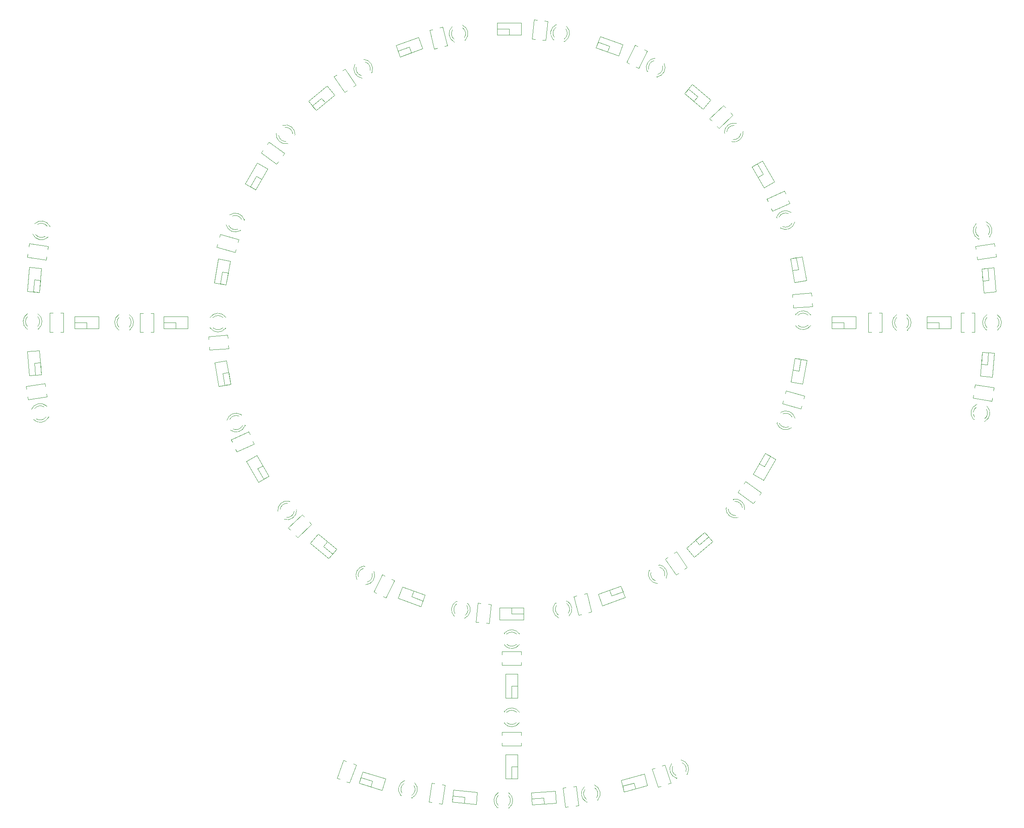
<source format=gbr>
%TF.GenerationSoftware,KiCad,Pcbnew,(6.0.11)*%
%TF.CreationDate,2024-01-27T16:05:05+09:00*%
%TF.ProjectId,engel_line_board_v2,656e6765-6c5f-46c6-996e-655f626f6172,rev?*%
%TF.SameCoordinates,Original*%
%TF.FileFunction,Legend,Top*%
%TF.FilePolarity,Positive*%
%FSLAX46Y46*%
G04 Gerber Fmt 4.6, Leading zero omitted, Abs format (unit mm)*
G04 Created by KiCad (PCBNEW (6.0.11)) date 2024-01-27 16:05:05*
%MOMM*%
%LPD*%
G01*
G04 APERTURE LIST*
%ADD10C,0.120000*%
G04 APERTURE END LIST*
D10*
%TO.C,D28*%
X210771000Y-205750000D02*
X210771000Y-205906000D01*
X210771000Y-208066000D02*
X210771000Y-208222000D01*
X210771000Y-208221516D02*
G75*
G03*
X214003335Y-208064608I1560000J1235516D01*
G01*
X214003335Y-205907392D02*
G75*
G03*
X210771000Y-205750484I-1672335J-1078608D01*
G01*
X213372130Y-205906163D02*
G75*
G03*
X211290039Y-205906000I-1041130J-1079837D01*
G01*
X211290039Y-208066000D02*
G75*
G03*
X213372130Y-208065837I1040961J1080000D01*
G01*
%TO.C,U4*%
X249625094Y-74340725D02*
X251570847Y-75973405D01*
X251570847Y-75973405D02*
X250754506Y-76946282D01*
X250754506Y-76946282D02*
X248808753Y-75313602D01*
X248808753Y-75313602D02*
X249625094Y-74340725D01*
X250441434Y-73367848D02*
X254332940Y-76633209D01*
X254332940Y-76633209D02*
X252700259Y-78578962D01*
X252700259Y-78578962D02*
X248808754Y-75313601D01*
X248808754Y-75313601D02*
X250441434Y-73367848D01*
%TO.C,C21*%
X136802000Y-121674000D02*
X136802000Y-125714000D01*
X133962000Y-121674000D02*
X133962000Y-125714000D01*
X136802000Y-125714000D02*
X136177000Y-125714000D01*
X136802000Y-121674000D02*
X136177000Y-121674000D01*
X134587000Y-125714000D02*
X133962000Y-125714000D01*
X134587000Y-121674000D02*
X133962000Y-121674000D01*
%TO.C,C29*%
X243220424Y-221734716D02*
X241938513Y-217903488D01*
X243220424Y-221734716D02*
X243813126Y-221536400D01*
X245913663Y-220833571D02*
X244631752Y-217002343D01*
X245320961Y-221031886D02*
X245913663Y-220833571D01*
X241938513Y-217903488D02*
X242531215Y-217705173D01*
X244039050Y-217200658D02*
X244631752Y-217002343D01*
%TO.C,C8*%
X287632000Y-125694000D02*
X287632000Y-121654000D01*
X289847000Y-121654000D02*
X290472000Y-121654000D01*
X290472000Y-125694000D02*
X290472000Y-121654000D01*
X287632000Y-121654000D02*
X288257000Y-121654000D01*
X289847000Y-125694000D02*
X290472000Y-125694000D01*
X287632000Y-125694000D02*
X288257000Y-125694000D01*
%TO.C,D15*%
X200830048Y-182521616D02*
X200676418Y-182494527D01*
X203110862Y-182923785D02*
X202957232Y-182896696D01*
X200739917Y-183032770D02*
G75*
G03*
X200378527Y-185083257I882832J-1212686D01*
G01*
X202505391Y-185458281D02*
G75*
G03*
X202867102Y-183407849I-882642J1212825D01*
G01*
X200676894Y-182494611D02*
G75*
G03*
X200270129Y-185705086I945855J-1750845D01*
G01*
X202394572Y-186079683D02*
G75*
G03*
X203110386Y-182923701I-771823J1834227D01*
G01*
%TO.C,U9*%
X299974000Y-123672000D02*
X302514000Y-123672000D01*
X302514000Y-123672000D02*
X302514000Y-124942000D01*
X302514000Y-124942000D02*
X299974000Y-124942000D01*
X299974000Y-124942000D02*
X299974000Y-123672000D01*
X299974000Y-122402000D02*
X305054000Y-122402000D01*
X305054000Y-122402000D02*
X305054000Y-124942000D01*
X305054000Y-124942000D02*
X299974000Y-124942000D01*
X299974000Y-124942000D02*
X299974000Y-122402000D01*
%TO.C,U24*%
X111412351Y-117161549D02*
X111633726Y-114631215D01*
X111633726Y-114631215D02*
X112898894Y-114741903D01*
X112898894Y-114741903D02*
X112677518Y-117272236D01*
X112677518Y-117272236D02*
X111412351Y-117161549D01*
X110147183Y-117050862D02*
X110589935Y-111990193D01*
X110589935Y-111990193D02*
X113120269Y-112211568D01*
X113120269Y-112211568D02*
X112677518Y-117272237D01*
X112677518Y-117272237D02*
X110147183Y-117050862D01*
%TO.C,D12*%
X257643525Y-162722213D02*
X257543251Y-162841716D01*
X259132222Y-160948054D02*
X259031947Y-161067557D01*
X261024423Y-162739656D02*
G75*
G03*
X259429554Y-161401188I-1491658J-157977D01*
G01*
X257543561Y-162841345D02*
G75*
G03*
X260120533Y-164798851I1989204J-56288D01*
G01*
X258041132Y-163055844D02*
G75*
G03*
X259636211Y-164394062I1491633J158211D01*
G01*
X261507164Y-163146328D02*
G75*
G03*
X259131910Y-160948424I-1974399J248695D01*
G01*
%TO.C,U28*%
X212342000Y-219940000D02*
X213612000Y-219940000D01*
X213612000Y-219940000D02*
X213612000Y-217400000D01*
X213612000Y-217400000D02*
X212342000Y-217400000D01*
X212342000Y-217400000D02*
X212342000Y-219940000D01*
X211072000Y-219940000D02*
X213612000Y-219940000D01*
X213612000Y-219940000D02*
X213612000Y-214860000D01*
X213612000Y-214860000D02*
X211072000Y-214860000D01*
X211072000Y-214860000D02*
X211072000Y-219940000D01*
%TO.C,C4*%
X258979482Y-79858253D02*
X258545320Y-79408665D01*
X257440813Y-78264915D02*
X257006652Y-77815328D01*
X254534680Y-81071335D02*
X254100519Y-80621747D01*
X257006652Y-77815328D02*
X254100519Y-80621747D01*
X256073349Y-82664672D02*
X255639187Y-82215085D01*
X258979482Y-79858253D02*
X256073349Y-82664672D01*
%TO.C,U17*%
X173738566Y-173472152D02*
X169847060Y-170206791D01*
X169847060Y-170206791D02*
X171479741Y-168261038D01*
X171479741Y-168261038D02*
X175371246Y-171526399D01*
X175371246Y-171526399D02*
X173738566Y-173472152D01*
X174554906Y-172499275D02*
X172609153Y-170866595D01*
X172609153Y-170866595D02*
X173425494Y-169893718D01*
X173425494Y-169893718D02*
X175371247Y-171526398D01*
X175371247Y-171526398D02*
X174554906Y-172499275D01*
%TO.C,C15*%
X207576074Y-187172365D02*
X207998369Y-183154497D01*
X204751632Y-186875504D02*
X205373208Y-186940835D01*
X204751632Y-186875504D02*
X205173927Y-182857636D01*
X206954498Y-187107035D02*
X207576074Y-187172365D01*
X205173927Y-182857636D02*
X205795503Y-182922966D01*
X207376793Y-183089167D02*
X207998369Y-183154497D01*
%TO.C,C18*%
X154052995Y-150367877D02*
X154307205Y-150938843D01*
X156842797Y-146701158D02*
X157097007Y-147272124D01*
X153152073Y-148344374D02*
X156842797Y-146701158D01*
X154307205Y-150938843D02*
X157997929Y-149295627D01*
X153152073Y-148344374D02*
X153406283Y-148915340D01*
X157743718Y-148724661D02*
X157997929Y-149295627D01*
%TO.C,U1*%
X188353648Y-66374017D02*
X190740466Y-65505286D01*
X190740466Y-65505286D02*
X191174832Y-66698696D01*
X191174832Y-66698696D02*
X188788013Y-67567427D01*
X188788013Y-67567427D02*
X188353648Y-66374017D01*
X187919282Y-65180608D02*
X192692921Y-63443145D01*
X192692921Y-63443145D02*
X193561652Y-65829965D01*
X193561652Y-65829965D02*
X188788013Y-67567427D01*
X188788013Y-67567427D02*
X187919282Y-65180608D01*
%TO.C,U19*%
X150538194Y-137110346D02*
X149656061Y-132107523D01*
X149656061Y-132107523D02*
X152157473Y-131666456D01*
X152157473Y-131666456D02*
X153039605Y-136669280D01*
X153039605Y-136669280D02*
X150538194Y-137110346D01*
X151788900Y-136889813D02*
X151347833Y-134388401D01*
X151347833Y-134388401D02*
X152598539Y-134167868D01*
X152598539Y-134167868D02*
X153039605Y-136669280D01*
X153039605Y-136669280D02*
X151788900Y-136889813D01*
%TO.C,C3*%
X239150778Y-69978052D02*
X238589032Y-69704070D01*
X240921797Y-66346924D02*
X239150778Y-69978052D01*
X240921797Y-66346924D02*
X240360051Y-66072942D01*
X238369222Y-65101950D02*
X236598203Y-68733078D01*
X238930969Y-65375932D02*
X238369222Y-65101950D01*
X237159949Y-69007059D02*
X236598203Y-68733078D01*
%TO.C,U5*%
X265247404Y-89503325D02*
X267787404Y-93902735D01*
X267787404Y-93902735D02*
X265587699Y-95172735D01*
X265587699Y-95172735D02*
X263047699Y-90773326D01*
X263047699Y-90773326D02*
X265247404Y-89503325D01*
X264147553Y-90138325D02*
X265417553Y-92338030D01*
X265417553Y-92338030D02*
X264317699Y-92973030D01*
X264317699Y-92973030D02*
X263047699Y-90773325D01*
X263047699Y-90773325D02*
X264147553Y-90138325D01*
%TO.C,C1*%
X197800295Y-61287388D02*
X197193860Y-61438589D01*
X196628454Y-65743240D02*
X196022020Y-65894441D01*
X195044655Y-61974446D02*
X196022020Y-65894441D01*
X197800295Y-61287388D02*
X198777660Y-65207383D01*
X198777660Y-65207383D02*
X198171225Y-65358584D01*
X195651090Y-61823245D02*
X195044655Y-61974446D01*
%TO.C,D6*%
X272249000Y-121930000D02*
X272249000Y-122086000D01*
X272249000Y-124246000D02*
X272249000Y-124402000D01*
X275481335Y-122087392D02*
G75*
G03*
X272249000Y-121930484I-1672335J-1078608D01*
G01*
X272768039Y-124246000D02*
G75*
G03*
X274850130Y-124245837I1040961J1080000D01*
G01*
X272249000Y-124401516D02*
G75*
G03*
X275481335Y-124244608I1560000J1235516D01*
G01*
X274850130Y-122086163D02*
G75*
G03*
X272768039Y-122086000I-1041130J-1079837D01*
G01*
%TO.C,D22*%
X110016000Y-125006000D02*
X110172000Y-125006000D01*
X112332000Y-125006000D02*
X112488000Y-125006000D01*
X112487516Y-125006000D02*
G75*
G03*
X112330608Y-121773665I-1235516J1560000D01*
G01*
X110172163Y-122404870D02*
G75*
G03*
X110172000Y-124486961I1079837J-1041130D01*
G01*
X112332000Y-124486961D02*
G75*
G03*
X112331837Y-122404870I-1080000J1040961D01*
G01*
X110173392Y-121773665D02*
G75*
G03*
X110016484Y-125006000I1078608J-1672335D01*
G01*
%TO.C,C10*%
X310632077Y-110390977D02*
X310539697Y-109772842D01*
X314300304Y-107603157D02*
X314207923Y-106985022D01*
X310304680Y-108200307D02*
X310212299Y-107582172D01*
X314627702Y-109793827D02*
X310632077Y-110390977D01*
X314627702Y-109793827D02*
X314535321Y-109175692D01*
X314207923Y-106985022D02*
X310212299Y-107582172D01*
%TO.C,D19*%
X151931000Y-124910000D02*
X151931000Y-124754000D01*
X151931000Y-122594000D02*
X151931000Y-122438000D01*
X151931000Y-122438484D02*
G75*
G03*
X148698665Y-122595392I-1560000J-1235516D01*
G01*
X148698665Y-124752608D02*
G75*
G03*
X151931000Y-124909516I1672335J1078608D01*
G01*
X149329870Y-124753837D02*
G75*
G03*
X151411961Y-124754000I1041130J1079837D01*
G01*
X151411961Y-122594000D02*
G75*
G03*
X149329870Y-122594163I-1040961J-1080000D01*
G01*
%TO.C,C17*%
X165200518Y-166981747D02*
X165634680Y-167431335D01*
X167173348Y-169024672D02*
X170079481Y-166218253D01*
X168106651Y-164175328D02*
X168540813Y-164624915D01*
X169645320Y-165768665D02*
X170079481Y-166218253D01*
X166739187Y-168575085D02*
X167173348Y-169024672D01*
X165200518Y-166981747D02*
X168106651Y-164175328D01*
%TO.C,C6*%
X275644623Y-118041029D02*
X275601025Y-117417552D01*
X271768975Y-120532450D02*
X271725377Y-119908972D01*
X271614464Y-118322845D02*
X271570866Y-117699368D01*
X275601025Y-117417552D02*
X271570866Y-117699368D01*
X275799134Y-120250633D02*
X275755536Y-119627156D01*
X275799134Y-120250633D02*
X271768975Y-120532450D01*
%TO.C,U26*%
X169457909Y-76959745D02*
X173349415Y-73694384D01*
X173349415Y-73694384D02*
X174982095Y-75640137D01*
X174982095Y-75640137D02*
X171090590Y-78905498D01*
X171090590Y-78905498D02*
X169457909Y-76959745D01*
X170274249Y-77932622D02*
X172220002Y-76299941D01*
X172220002Y-76299941D02*
X173036343Y-77272818D01*
X173036343Y-77272818D02*
X171090590Y-78905499D01*
X171090590Y-78905499D02*
X170274249Y-77932622D01*
%TO.C,D23*%
X114627462Y-143650300D02*
X114597696Y-143497166D01*
X114185548Y-141376851D02*
X114155782Y-141223717D01*
X111424482Y-144112558D02*
G75*
G03*
X114627369Y-143649824I1435801J1377888D01*
G01*
X112044324Y-143993326D02*
G75*
G03*
X114088193Y-143596203I815959J1258656D01*
G01*
X114155873Y-141224193D02*
G75*
G03*
X111012866Y-141994976I-1295590J-1510477D01*
G01*
X113676045Y-141475888D02*
G75*
G03*
X111632239Y-141873330I-815762J-1258782D01*
G01*
%TO.C,U7*%
X273361447Y-131386707D02*
X272920381Y-133888119D01*
X272920381Y-133888119D02*
X271669675Y-133667586D01*
X271669675Y-133667586D02*
X272110741Y-131166174D01*
X272110741Y-131166174D02*
X273361447Y-131386707D01*
X274612153Y-131607241D02*
X273730020Y-136610064D01*
X273730020Y-136610064D02*
X271228610Y-136168998D01*
X271228610Y-136168998D02*
X272110742Y-131166174D01*
X272110742Y-131166174D02*
X274612153Y-131607241D01*
%TO.C,U12*%
X266941552Y-151862325D02*
X265671552Y-154062030D01*
X265671552Y-154062030D02*
X264571699Y-153427030D01*
X264571699Y-153427030D02*
X265841700Y-151227325D01*
X265841700Y-151227325D02*
X266941552Y-151862325D01*
X268041404Y-152497325D02*
X265501403Y-156896735D01*
X265501403Y-156896735D02*
X263301699Y-155626735D01*
X263301699Y-155626735D02*
X265841699Y-151227325D01*
X265841699Y-151227325D02*
X268041404Y-152497325D01*
%TO.C,D32*%
X191173338Y-223932350D02*
X191325640Y-223966114D01*
X188912237Y-223431075D02*
X189064539Y-223464840D01*
X191285679Y-223425614D02*
G75*
G03*
X191736167Y-221392842I-829095J1250041D01*
G01*
X189765503Y-220309425D02*
G75*
G03*
X188912709Y-223431180I691081J-1866148D01*
G01*
X191325168Y-223966009D02*
G75*
G03*
X191871585Y-220776333I-868584J1790436D01*
G01*
X189627685Y-220925402D02*
G75*
G03*
X189176879Y-222958104I828899J-1250171D01*
G01*
%TO.C,U29*%
X235734825Y-221477497D02*
X238188277Y-220820097D01*
X238188277Y-220820097D02*
X238516977Y-222046823D01*
X238516977Y-222046823D02*
X236063526Y-222704223D01*
X236063526Y-222704223D02*
X235734825Y-221477497D01*
X235406125Y-220250772D02*
X240313028Y-218935971D01*
X240313028Y-218935971D02*
X240970429Y-221389422D01*
X240970429Y-221389422D02*
X236063526Y-222704223D01*
X236063526Y-222704223D02*
X235406125Y-220250772D01*
%TO.C,U3*%
X231009714Y-63269398D02*
X235783354Y-65006861D01*
X235783354Y-65006861D02*
X234914623Y-67393680D01*
X234914623Y-67393680D02*
X230140983Y-65656217D01*
X230140983Y-65656217D02*
X231009714Y-63269398D01*
X230575350Y-64462808D02*
X232962170Y-65331539D01*
X232962170Y-65331539D02*
X232527804Y-66524949D01*
X232527804Y-66524949D02*
X230140984Y-65656218D01*
X230140984Y-65656218D02*
X230575350Y-64462808D01*
%TO.C,U23*%
X111855102Y-134739120D02*
X111633726Y-132208785D01*
X111633726Y-132208785D02*
X112898894Y-132098097D01*
X112898894Y-132098097D02*
X113120269Y-134628432D01*
X113120269Y-134628432D02*
X111855102Y-134739120D01*
X110589935Y-134849807D02*
X110147183Y-129789138D01*
X110147183Y-129789138D02*
X112677518Y-129567763D01*
X112677518Y-129567763D02*
X113120269Y-134628432D01*
X113120269Y-134628432D02*
X110589935Y-134849807D01*
%TO.C,U14*%
X235826352Y-180465983D02*
X233439534Y-181334714D01*
X233439534Y-181334714D02*
X233005168Y-180141304D01*
X233005168Y-180141304D02*
X235391987Y-179272573D01*
X235391987Y-179272573D02*
X235826352Y-180465983D01*
X236260718Y-181659392D02*
X231487079Y-183396855D01*
X231487079Y-183396855D02*
X230618348Y-181010035D01*
X230618348Y-181010035D02*
X235391987Y-179272573D01*
X235391987Y-179272573D02*
X236260718Y-181659392D01*
%TO.C,D31*%
X209302256Y-226048133D02*
X209458203Y-226052217D01*
X211617463Y-226108759D02*
X211773409Y-226112842D01*
X209526455Y-223451982D02*
G75*
G03*
X209471790Y-225533355I1052214J-1069040D01*
G01*
X211772925Y-226112830D02*
G75*
G03*
X211700684Y-222877495I-1194256J1591808D01*
G01*
X211631048Y-225589897D02*
G75*
G03*
X211685389Y-223508516I-1052379J1068875D01*
G01*
X209544206Y-222821025D02*
G75*
G03*
X209302740Y-226048146I1034463J-1699997D01*
G01*
%TO.C,U15*%
X214884000Y-185144000D02*
X212344000Y-185144000D01*
X212344000Y-185144000D02*
X212344000Y-183874000D01*
X212344000Y-183874000D02*
X214884000Y-183874000D01*
X214884000Y-183874000D02*
X214884000Y-185144000D01*
X214884000Y-186414000D02*
X209804000Y-186414000D01*
X209804000Y-186414000D02*
X209804000Y-183874000D01*
X209804000Y-183874000D02*
X214884000Y-183874000D01*
X214884000Y-183874000D02*
X214884000Y-186414000D01*
%TO.C,U10*%
X312798429Y-112193474D02*
X313019805Y-114723809D01*
X313019805Y-114723809D02*
X311754637Y-114834497D01*
X311754637Y-114834497D02*
X311533262Y-112304162D01*
X311533262Y-112304162D02*
X312798429Y-112193474D01*
X314063596Y-112082787D02*
X314506348Y-117143456D01*
X314506348Y-117143456D02*
X311976013Y-117364831D01*
X311976013Y-117364831D02*
X311533262Y-112304162D01*
X311533262Y-112304162D02*
X314063596Y-112082787D01*
%TO.C,U25*%
X156124524Y-94342675D02*
X158664525Y-89943265D01*
X158664525Y-89943265D02*
X160864229Y-91213265D01*
X160864229Y-91213265D02*
X158324229Y-95612675D01*
X158324229Y-95612675D02*
X156124524Y-94342675D01*
X157224376Y-94977675D02*
X158494376Y-92777970D01*
X158494376Y-92777970D02*
X159594229Y-93412970D01*
X159594229Y-93412970D02*
X158324228Y-95612675D01*
X158324228Y-95612675D02*
X157224376Y-94977675D01*
%TO.C,U2*%
X209296000Y-61696000D02*
X211836000Y-61696000D01*
X211836000Y-61696000D02*
X211836000Y-62966000D01*
X211836000Y-62966000D02*
X209296000Y-62966000D01*
X209296000Y-62966000D02*
X209296000Y-61696000D01*
X209296000Y-60426000D02*
X214376000Y-60426000D01*
X214376000Y-60426000D02*
X214376000Y-62966000D01*
X214376000Y-62966000D02*
X209296000Y-62966000D01*
X209296000Y-62966000D02*
X209296000Y-60426000D01*
%TO.C,C19*%
X152565536Y-128517156D02*
X152609134Y-129140633D01*
X152411025Y-126307551D02*
X152454623Y-126931029D01*
X148380866Y-126589368D02*
X152411025Y-126307551D01*
X148578975Y-129422449D02*
X152609134Y-129140633D01*
X148535377Y-128798972D02*
X148578975Y-129422449D01*
X148380866Y-126589368D02*
X148424464Y-127212845D01*
%TO.C,C11*%
X310124077Y-136804622D02*
X314119701Y-137401772D01*
X313792303Y-139592442D02*
X313699923Y-140210577D01*
X309796679Y-138995292D02*
X309704298Y-139613427D01*
X310124077Y-136804622D02*
X310031696Y-137422757D01*
X309704298Y-139613427D02*
X313699923Y-140210577D01*
X314119701Y-137401772D02*
X314027320Y-138019907D01*
%TO.C,C7*%
X273330343Y-141851779D02*
X273502617Y-141250991D01*
X269446846Y-140738204D02*
X269619120Y-140137416D01*
X274113154Y-139121796D02*
X270229656Y-138008221D01*
X273330343Y-141851779D02*
X269446846Y-140738204D01*
X270057383Y-138609010D02*
X270229656Y-138008221D01*
X273940880Y-139722585D02*
X274113154Y-139121796D01*
%TO.C,D24*%
X114842992Y-103438275D02*
X114872758Y-103285141D01*
X114401078Y-105711724D02*
X114430844Y-105558590D01*
X111258161Y-104940465D02*
G75*
G03*
X114401170Y-105711249I1847418J739694D01*
G01*
X114333488Y-103339238D02*
G75*
G03*
X112289621Y-102942116I-1227909J-861533D01*
G01*
X111877535Y-105062111D02*
G75*
G03*
X113921341Y-105459553I1228044J861340D01*
G01*
X114872665Y-103285617D02*
G75*
G03*
X111669778Y-102822883I-1767086J-915154D01*
G01*
%TO.C,U16*%
X193604650Y-182377192D02*
X191217830Y-181508461D01*
X191217830Y-181508461D02*
X191652196Y-180315051D01*
X191652196Y-180315051D02*
X194039016Y-181183782D01*
X194039016Y-181183782D02*
X193604650Y-182377192D01*
X193170286Y-183570602D02*
X188396646Y-181833139D01*
X188396646Y-181833139D02*
X189265377Y-179446320D01*
X189265377Y-179446320D02*
X194039017Y-181183783D01*
X194039017Y-181183783D02*
X193170286Y-183570602D01*
%TO.C,U11*%
X312943510Y-129999801D02*
X312722135Y-132530135D01*
X312722135Y-132530135D02*
X311456967Y-132419447D01*
X311456967Y-132419447D02*
X311678343Y-129889114D01*
X311678343Y-129889114D02*
X312943510Y-129999801D01*
X314208678Y-130110488D02*
X313765926Y-135171157D01*
X313765926Y-135171157D02*
X311235592Y-134949782D01*
X311235592Y-134949782D02*
X311678343Y-129889113D01*
X311678343Y-129889113D02*
X314208678Y-130110488D01*
%TO.C,U21*%
X138938000Y-122402000D02*
X144018000Y-122402000D01*
X144018000Y-122402000D02*
X144018000Y-124942000D01*
X144018000Y-124942000D02*
X138938000Y-124942000D01*
X138938000Y-124942000D02*
X138938000Y-122402000D01*
X138938000Y-123672000D02*
X141478000Y-123672000D01*
X141478000Y-123672000D02*
X141478000Y-124942000D01*
X141478000Y-124942000D02*
X138938000Y-124942000D01*
X138938000Y-124942000D02*
X138938000Y-123672000D01*
%TO.C,D27*%
X210778000Y-191556000D02*
X210778000Y-191712000D01*
X210778000Y-189240000D02*
X210778000Y-189396000D01*
X211297039Y-191556000D02*
G75*
G03*
X213379130Y-191555837I1040961J1080000D01*
G01*
X210778000Y-191711516D02*
G75*
G03*
X214010335Y-191554608I1560000J1235516D01*
G01*
X213379130Y-189396163D02*
G75*
G03*
X211297039Y-189396000I-1041130J-1079837D01*
G01*
X214010335Y-189397392D02*
G75*
G03*
X210778000Y-189240484I-1672335J-1078608D01*
G01*
%TO.C,C22*%
X114912000Y-121654000D02*
X115537000Y-121654000D01*
X114912000Y-125694000D02*
X115537000Y-125694000D01*
X114912000Y-125694000D02*
X114912000Y-121654000D01*
X117127000Y-121654000D02*
X117752000Y-121654000D01*
X117752000Y-125694000D02*
X117752000Y-121654000D01*
X117127000Y-125694000D02*
X117752000Y-125694000D01*
%TO.C,D21*%
X129320000Y-125170000D02*
X129476000Y-125170000D01*
X131636000Y-125170000D02*
X131792000Y-125170000D01*
X129476163Y-122568870D02*
G75*
G03*
X129476000Y-124650961I1079837J-1041130D01*
G01*
X129477392Y-121937665D02*
G75*
G03*
X129320484Y-125170000I1078608J-1672335D01*
G01*
X131636000Y-124650961D02*
G75*
G03*
X131635837Y-122568870I-1080000J1040961D01*
G01*
X131791516Y-125170000D02*
G75*
G03*
X131634608Y-121937665I-1235516J1560000D01*
G01*
%TO.C,D7*%
X268338459Y-144771776D02*
X268285104Y-144918368D01*
X269130578Y-142595448D02*
X269077223Y-142742040D01*
X272114150Y-143848872D02*
G75*
G03*
X269130412Y-142595903I-1940388J-441588D01*
G01*
X271521430Y-143631832D02*
G75*
G03*
X269564960Y-142919562I-1347668J-658628D01*
G01*
X268826197Y-144949298D02*
G75*
G03*
X270782778Y-145661262I1347565J658838D01*
G01*
X268285270Y-144917913D02*
G75*
G03*
X271376337Y-145875992I1888492J627453D01*
G01*
%TO.C,D4*%
X257216714Y-83609133D02*
X257316988Y-83728636D01*
X258705410Y-85383292D02*
X258805685Y-85502795D01*
X259793996Y-81651999D02*
G75*
G03*
X257217025Y-83609504I-587768J-1901217D01*
G01*
X259309674Y-82056787D02*
G75*
G03*
X257714595Y-83395005I-103446J-1496429D01*
G01*
X258805373Y-85502425D02*
G75*
G03*
X261180627Y-83304521I400855J1949209D01*
G01*
X259103017Y-85049661D02*
G75*
G03*
X260697886Y-83711193I103211J1496445D01*
G01*
%TO.C,D26*%
X180720123Y-72065777D02*
X180855223Y-71987777D01*
X182725837Y-70907777D02*
X182860937Y-70829777D01*
X182860518Y-70830019D02*
G75*
G03*
X181108464Y-68109189I-1849988J733241D01*
G01*
X182466318Y-70458276D02*
G75*
G03*
X181425131Y-68655214I-1455788J361498D01*
G01*
X179554800Y-69735051D02*
G75*
G03*
X180595703Y-71538276I1455730J-361727D01*
G01*
X179240262Y-69187797D02*
G75*
G03*
X180720542Y-72065535I1770268J-908981D01*
G01*
%TO.C,U31*%
X199896991Y-223548324D02*
X202425297Y-223791772D01*
X202425297Y-223791772D02*
X202303573Y-225055925D01*
X202303573Y-225055925D02*
X199775267Y-224812477D01*
X199775267Y-224812477D02*
X199896991Y-223548324D01*
X200018715Y-222284170D02*
X205075328Y-222771067D01*
X205075328Y-222771067D02*
X204831880Y-225299373D01*
X204831880Y-225299373D02*
X199775267Y-224812477D01*
X199775267Y-224812477D02*
X200018715Y-222284170D01*
%TO.C,C25*%
X161125441Y-85523870D02*
X164393870Y-87898523D01*
X159456131Y-87821478D02*
X162724560Y-90196131D01*
X159823497Y-87315843D02*
X159456131Y-87821478D01*
X164393870Y-87898523D02*
X164026504Y-88404158D01*
X161125441Y-85523870D02*
X160758075Y-86029506D01*
X163091925Y-89690495D02*
X162724560Y-90196131D01*
%TO.C,D13*%
X241454163Y-175932223D02*
X241319063Y-176010223D01*
X243459877Y-174774223D02*
X243324777Y-174852223D01*
X244625200Y-177104949D02*
G75*
G03*
X243584297Y-175301724I-1455730J361727D01*
G01*
X244939738Y-177652203D02*
G75*
G03*
X243459458Y-174774465I-1770268J908981D01*
G01*
X241713682Y-176381724D02*
G75*
G03*
X242754869Y-178184786I1455788J-361498D01*
G01*
X241319482Y-176009981D02*
G75*
G03*
X243071536Y-178730811I1849988J-733241D01*
G01*
%TO.C,C28*%
X210324000Y-210138000D02*
X214364000Y-210138000D01*
X210324000Y-212353000D02*
X210324000Y-212978000D01*
X214364000Y-212353000D02*
X214364000Y-212978000D01*
X214364000Y-210138000D02*
X214364000Y-210763000D01*
X210324000Y-212978000D02*
X214364000Y-212978000D01*
X210324000Y-210138000D02*
X210324000Y-210763000D01*
%TO.C,D9*%
X314770000Y-125210000D02*
X314926000Y-125210000D01*
X312454000Y-125210000D02*
X312610000Y-125210000D01*
X314770000Y-124690961D02*
G75*
G03*
X314769837Y-122608870I-1080000J1040961D01*
G01*
X312611392Y-121977665D02*
G75*
G03*
X312454484Y-125210000I1078608J-1672335D01*
G01*
X314925516Y-125210000D02*
G75*
G03*
X314768608Y-121977665I-1235516J1560000D01*
G01*
X312610163Y-122608870D02*
G75*
G03*
X312610000Y-124690961I1079837J-1041130D01*
G01*
%TO.C,D29*%
X247078000Y-219803713D02*
X247224121Y-219749081D01*
X249247333Y-218992633D02*
X249393454Y-218938001D01*
X246313338Y-217312618D02*
G75*
G03*
X247042350Y-219262912I1376066J-597030D01*
G01*
X249065562Y-218506464D02*
G75*
G03*
X248336246Y-216556284I-1376158J596816D01*
G01*
X249393001Y-218938170D02*
G75*
G03*
X248114042Y-215965482I-1703597J1028522D01*
G01*
X246093437Y-216720955D02*
G75*
G03*
X247078454Y-219803544I1595967J-1188693D01*
G01*
%TO.C,U6*%
X273641806Y-109729654D02*
X274523939Y-114732477D01*
X274523939Y-114732477D02*
X272022527Y-115173544D01*
X272022527Y-115173544D02*
X271140395Y-110170720D01*
X271140395Y-110170720D02*
X273641806Y-109729654D01*
X272391100Y-109950187D02*
X272832167Y-112451599D01*
X272832167Y-112451599D02*
X271581461Y-112672132D01*
X271581461Y-112672132D02*
X271140395Y-110170720D01*
X271140395Y-110170720D02*
X272391100Y-109950187D01*
%TO.C,C30*%
X223163693Y-221898376D02*
X223784034Y-221822207D01*
X225854535Y-225638321D02*
X226474876Y-225562153D01*
X226474876Y-225562153D02*
X225982524Y-221552267D01*
X225362182Y-221628435D02*
X225982524Y-221552267D01*
X223656045Y-225908262D02*
X223163693Y-221898376D01*
X223656045Y-225908262D02*
X224276386Y-225832094D01*
%TO.C,D1*%
X202456950Y-64031517D02*
X202610580Y-64004428D01*
X200176136Y-64433686D02*
X200329766Y-64406597D01*
X199878244Y-61844955D02*
G75*
G03*
X200239635Y-63895444I1244223J-837802D01*
G01*
X199769847Y-61223127D02*
G75*
G03*
X200176612Y-64433602I1352620J-1459630D01*
G01*
X202366819Y-63520363D02*
G75*
G03*
X202005108Y-61469933I-1244352J837606D01*
G01*
X202610104Y-64004512D02*
G75*
G03*
X201894290Y-60848530I-1487637J1321755D01*
G01*
%TO.C,D30*%
X230348997Y-224448948D02*
X230502858Y-224423201D01*
X228064760Y-224831199D02*
X228218620Y-224805451D01*
X227789470Y-222239966D02*
G75*
G03*
X228132954Y-224293531I1236865J-848628D01*
G01*
X230502380Y-224423281D02*
G75*
G03*
X229814135Y-221261173I-1476045J1334687D01*
G01*
X227686503Y-221617215D02*
G75*
G03*
X228065237Y-224831119I1339832J-1471379D01*
G01*
X230263330Y-223937028D02*
G75*
G03*
X229919526Y-221883518I-1236995J848434D01*
G01*
%TO.C,C2*%
X219921035Y-60067516D02*
X219299459Y-60002185D01*
X219498740Y-64085384D02*
X218877164Y-64020054D01*
X217295874Y-63853853D02*
X216674298Y-63788523D01*
X217096593Y-59770655D02*
X216674298Y-63788523D01*
X219921035Y-60067516D02*
X219498740Y-64085384D01*
X217718169Y-59835985D02*
X217096593Y-59770655D01*
%TO.C,D10*%
X313065390Y-105562291D02*
X313218524Y-105532525D01*
X310791941Y-106004205D02*
X310945075Y-105974439D01*
X313218048Y-105532616D02*
G75*
G03*
X312447265Y-102389609I-1510477J1295590D01*
G01*
X310329683Y-102801225D02*
G75*
G03*
X310792417Y-106004112I1377888J-1435801D01*
G01*
X310448915Y-103421067D02*
G75*
G03*
X310846038Y-105464936I1258656J-815959D01*
G01*
X312966353Y-105052788D02*
G75*
G03*
X312568911Y-103008982I-1258782J815762D01*
G01*
%TO.C,D18*%
X155276523Y-143219404D02*
X155223168Y-143072812D01*
X156068642Y-145395732D02*
X156015287Y-145249140D01*
X153570968Y-146138626D02*
G75*
G03*
X155527549Y-145426662I609016J1370802D01*
G01*
X152977409Y-146353356D02*
G75*
G03*
X156068476Y-145395277I1202575J1585532D01*
G01*
X155223333Y-143073268D02*
G75*
G03*
X152239598Y-144326236I-1043349J-1694556D01*
G01*
X154788786Y-143396926D02*
G75*
G03*
X152832316Y-144109196I-608802J-1370898D01*
G01*
%TO.C,C9*%
X307190000Y-125694000D02*
X307190000Y-121654000D01*
X309405000Y-121654000D02*
X310030000Y-121654000D01*
X310030000Y-125694000D02*
X310030000Y-121654000D01*
X309405000Y-125694000D02*
X310030000Y-125694000D01*
X307190000Y-125694000D02*
X307815000Y-125694000D01*
X307190000Y-121654000D02*
X307815000Y-121654000D01*
%TO.C,D2*%
X223349952Y-64318384D02*
X223503582Y-64345473D01*
X221069138Y-63916215D02*
X221222768Y-63943304D01*
X223440083Y-63807230D02*
G75*
G03*
X223801473Y-61756743I-882832J1212686D01*
G01*
X221674609Y-61381719D02*
G75*
G03*
X221312898Y-63432151I882642J-1212825D01*
G01*
X221785428Y-60760317D02*
G75*
G03*
X221069614Y-63916299I771823J-1834227D01*
G01*
X223503106Y-64345389D02*
G75*
G03*
X223909871Y-61134914I-945855J1750845D01*
G01*
%TO.C,C16*%
X187020051Y-177832942D02*
X187581797Y-178106923D01*
X185029222Y-176861949D02*
X185590968Y-177135931D01*
X185249031Y-181464069D02*
X185810778Y-181738051D01*
X185810778Y-181738051D02*
X187581797Y-178106923D01*
X183258203Y-180493077D02*
X185029222Y-176861949D01*
X183258203Y-180493077D02*
X183819949Y-180767059D01*
%TO.C,U27*%
X212341000Y-202922000D02*
X213611000Y-202922000D01*
X213611000Y-202922000D02*
X213611000Y-200382000D01*
X213611000Y-200382000D02*
X212341000Y-200382000D01*
X212341000Y-200382000D02*
X212341000Y-202922000D01*
X211071000Y-202922000D02*
X213611000Y-202922000D01*
X213611000Y-202922000D02*
X213611000Y-197842000D01*
X213611000Y-197842000D02*
X211071000Y-197842000D01*
X211071000Y-197842000D02*
X211071000Y-202922000D01*
%TO.C,U13*%
X254722091Y-169880255D02*
X250830585Y-173145616D01*
X250830585Y-173145616D02*
X249197905Y-171199863D01*
X249197905Y-171199863D02*
X253089410Y-167934502D01*
X253089410Y-167934502D02*
X254722091Y-169880255D01*
X253905751Y-168907378D02*
X251959998Y-170540059D01*
X251959998Y-170540059D02*
X251143657Y-169567182D01*
X251143657Y-169567182D02*
X253089410Y-167934501D01*
X253089410Y-167934501D02*
X253905751Y-168907378D01*
%TO.C,U8*%
X279908000Y-122402000D02*
X284988000Y-122402000D01*
X284988000Y-122402000D02*
X284988000Y-124942000D01*
X284988000Y-124942000D02*
X279908000Y-124942000D01*
X279908000Y-124942000D02*
X279908000Y-122402000D01*
X279908000Y-123672000D02*
X282448000Y-123672000D01*
X282448000Y-123672000D02*
X282448000Y-124942000D01*
X282448000Y-124942000D02*
X279908000Y-124942000D01*
X279908000Y-124942000D02*
X279908000Y-123672000D01*
%TO.C,U22*%
X120142000Y-123672000D02*
X122682000Y-123672000D01*
X122682000Y-123672000D02*
X122682000Y-124942000D01*
X122682000Y-124942000D02*
X120142000Y-124942000D01*
X120142000Y-124942000D02*
X120142000Y-123672000D01*
X120142000Y-122402000D02*
X125222000Y-122402000D01*
X125222000Y-122402000D02*
X125222000Y-124942000D01*
X125222000Y-124942000D02*
X120142000Y-124942000D01*
X120142000Y-124942000D02*
X120142000Y-122402000D01*
%TO.C,U20*%
X149567847Y-115232759D02*
X150449980Y-110229936D01*
X150449980Y-110229936D02*
X152951390Y-110671002D01*
X152951390Y-110671002D02*
X152069258Y-115673826D01*
X152069258Y-115673826D02*
X149567847Y-115232759D01*
X150818553Y-115453293D02*
X151259619Y-112951881D01*
X151259619Y-112951881D02*
X152510325Y-113172414D01*
X152510325Y-113172414D02*
X152069259Y-115673826D01*
X152069259Y-115673826D02*
X150818553Y-115453293D01*
%TO.C,D17*%
X165474590Y-161456708D02*
X165374315Y-161337205D01*
X166963286Y-163230867D02*
X166863012Y-163111364D01*
X164386004Y-165188001D02*
G75*
G03*
X166962975Y-163230496I587768J1901217D01*
G01*
X165076983Y-161790339D02*
G75*
G03*
X163482114Y-163128807I-103211J-1496445D01*
G01*
X165374627Y-161337575D02*
G75*
G03*
X162999373Y-163535479I-400855J-1949209D01*
G01*
X164870326Y-164783213D02*
G75*
G03*
X166465405Y-163444995I103446J1496429D01*
G01*
%TO.C,D11*%
X312027406Y-144487464D02*
X312180794Y-144515893D01*
X309750188Y-144065407D02*
X309903575Y-144093836D01*
X312121993Y-143977117D02*
G75*
G03*
X312501264Y-141929861I-872215J1220345D01*
G01*
X310377754Y-141536291D02*
G75*
G03*
X309998163Y-143583488I872024J-1220481D01*
G01*
X312180318Y-144515805D02*
G75*
G03*
X312615084Y-141309001I-930540J1759033D01*
G01*
X310493990Y-140915880D02*
G75*
G03*
X309750664Y-144065495I755788J-1840892D01*
G01*
%TO.C,C27*%
X214363000Y-193120000D02*
X214363000Y-193745000D01*
X214363000Y-195335000D02*
X214363000Y-195960000D01*
X210323000Y-195960000D02*
X214363000Y-195960000D01*
X210323000Y-193120000D02*
X210323000Y-193745000D01*
X210323000Y-195335000D02*
X210323000Y-195960000D01*
X210323000Y-193120000D02*
X214363000Y-193120000D01*
%TO.C,D20*%
X155841541Y-102068224D02*
X155894896Y-101921632D01*
X155049422Y-104244552D02*
X155102777Y-104097960D01*
X152065850Y-102991128D02*
G75*
G03*
X155049588Y-104244097I1940388J441588D01*
G01*
X152658570Y-103208168D02*
G75*
G03*
X154615040Y-103920438I1347668J658628D01*
G01*
X155353803Y-101890702D02*
G75*
G03*
X153397222Y-101178738I-1347565J-658838D01*
G01*
X155894730Y-101922087D02*
G75*
G03*
X152803663Y-100964008I-1888492J-627453D01*
G01*
%TO.C,D14*%
X221723050Y-182808483D02*
X221569420Y-182835572D01*
X224003864Y-182406314D02*
X223850234Y-182433403D01*
X221569896Y-182835488D02*
G75*
G03*
X222285710Y-185991470I1487637J-1321755D01*
G01*
X221813181Y-183319637D02*
G75*
G03*
X222174892Y-185370067I1244352J-837606D01*
G01*
X224410153Y-185616873D02*
G75*
G03*
X224003388Y-182406398I-1352620J1459630D01*
G01*
X224301756Y-184995045D02*
G75*
G03*
X223940365Y-182944556I-1244223J837802D01*
G01*
%TO.C,D25*%
X166536475Y-84117787D02*
X166636749Y-83998284D01*
X165047778Y-85891946D02*
X165148053Y-85772443D01*
X162672836Y-83693672D02*
G75*
G03*
X165048090Y-85891576I1974399J-248695D01*
G01*
X166138868Y-83784156D02*
G75*
G03*
X164543789Y-82445938I-1491633J-158211D01*
G01*
X166636439Y-83998655D02*
G75*
G03*
X164059467Y-82041149I-1989204J56288D01*
G01*
X163155577Y-84100344D02*
G75*
G03*
X164750446Y-85438812I1491658J157977D01*
G01*
%TO.C,C24*%
X114212883Y-109791613D02*
X114121581Y-110409908D01*
X110124920Y-109819733D02*
X114121581Y-110409908D01*
X110216222Y-109201438D02*
X110124920Y-109819733D01*
X110539796Y-107010199D02*
X110448494Y-107628495D01*
X110539796Y-107010199D02*
X114536456Y-107600375D01*
X114536456Y-107600375D02*
X114445155Y-108218670D01*
%TO.C,D5*%
X268239952Y-101402726D02*
X268293307Y-101549318D01*
X269032071Y-103579054D02*
X269085426Y-103725646D01*
X271331185Y-100445102D02*
G75*
G03*
X268240118Y-101403181I-1202575J-1585532D01*
G01*
X269085261Y-103725190D02*
G75*
G03*
X272068996Y-102472222I1043349J1694556D01*
G01*
X270737626Y-100659832D02*
G75*
G03*
X268781045Y-101371796I-609016J-1370802D01*
G01*
X269519808Y-103401532D02*
G75*
G03*
X271476278Y-102689262I608802J1370898D01*
G01*
%TO.C,C20*%
X154733154Y-106101797D02*
X154560880Y-106702585D01*
X154122617Y-108230991D02*
X153950344Y-108831780D01*
X150066846Y-107718205D02*
X153950344Y-108831780D01*
X150849657Y-104988222D02*
X154733154Y-106101797D01*
X150239120Y-107117416D02*
X150066846Y-107718205D01*
X150849657Y-104988222D02*
X150677383Y-105589010D01*
%TO.C,C14*%
X225463498Y-181493532D02*
X226069933Y-181342331D01*
X229196503Y-184726469D02*
X228219138Y-180806474D01*
X226440863Y-185413527D02*
X227047298Y-185262326D01*
X227612704Y-180957675D02*
X228219138Y-180806474D01*
X226440863Y-185413527D02*
X225463498Y-181493532D01*
X228590068Y-184877670D02*
X229196503Y-184726469D01*
%TO.C,C5*%
X269872796Y-95901157D02*
X266182072Y-97544373D01*
X271027928Y-98495626D02*
X267337204Y-100138842D01*
X270127006Y-96472123D02*
X269872796Y-95901157D01*
X266436283Y-98115339D02*
X266182072Y-97544373D01*
X267337204Y-100138842D02*
X267082994Y-99567876D01*
X271027928Y-98495626D02*
X270773718Y-97924660D01*
%TO.C,U32*%
X180903210Y-218449877D02*
X185761238Y-219935125D01*
X185761238Y-219935125D02*
X185018614Y-222364139D01*
X185018614Y-222364139D02*
X180160586Y-220878891D01*
X180160586Y-220878891D02*
X180903210Y-218449877D01*
X180531898Y-219664384D02*
X182960912Y-220407008D01*
X182960912Y-220407008D02*
X182589600Y-221621515D01*
X182589600Y-221621515D02*
X180160586Y-220878891D01*
X180160586Y-220878891D02*
X180531898Y-219664384D01*
%TO.C,U18*%
X160032447Y-156701675D02*
X158762447Y-154501971D01*
X158762447Y-154501971D02*
X159862301Y-153866970D01*
X159862301Y-153866970D02*
X161132301Y-156066675D01*
X161132301Y-156066675D02*
X160032447Y-156701675D01*
X158932596Y-157336675D02*
X156392596Y-152937265D01*
X156392596Y-152937265D02*
X158592301Y-151667265D01*
X158592301Y-151667265D02*
X161132301Y-156066674D01*
X161132301Y-156066674D02*
X158932596Y-157336675D01*
%TO.C,C26*%
X175376346Y-71389902D02*
X174858197Y-71739398D01*
X177212664Y-70151290D02*
X179471803Y-73500602D01*
X179471803Y-73500602D02*
X178953655Y-73850098D01*
X177212664Y-70151290D02*
X176694515Y-70500786D01*
X174858197Y-71739398D02*
X177117336Y-75088710D01*
X177635485Y-74739214D02*
X177117336Y-75088710D01*
%TO.C,C13*%
X244736156Y-173573101D02*
X245254304Y-173223605D01*
X248831613Y-175683801D02*
X249349762Y-175334305D01*
X246572474Y-172334489D02*
X247090623Y-171984993D01*
X249349762Y-175334305D02*
X247090623Y-171984993D01*
X246995295Y-176922413D02*
X244736156Y-173573101D01*
X246995295Y-176922413D02*
X247513444Y-176572917D01*
%TO.C,D8*%
X293404000Y-125234000D02*
X293560000Y-125234000D01*
X295720000Y-125234000D02*
X295876000Y-125234000D01*
X295875516Y-125234000D02*
G75*
G03*
X295718608Y-122001665I-1235516J1560000D01*
G01*
X293560163Y-122632870D02*
G75*
G03*
X293560000Y-124714961I1079837J-1041130D01*
G01*
X293561392Y-122001665D02*
G75*
G03*
X293404484Y-125234000I1078608J-1672335D01*
G01*
X295720000Y-124714961D02*
G75*
G03*
X295719837Y-122632870I-1080000J1040961D01*
G01*
%TO.C,D16*%
X181295163Y-175106223D02*
X181160063Y-175028223D01*
X183300877Y-176264223D02*
X183165777Y-176186223D01*
X181160482Y-175028464D02*
G75*
G03*
X179680201Y-177906203I289988J-1968758D01*
G01*
X181865071Y-178438786D02*
G75*
G03*
X182906258Y-176635724I-414601J1441564D01*
G01*
X181035643Y-175555723D02*
G75*
G03*
X179994739Y-177358949I414827J-1441499D01*
G01*
X181548404Y-178984810D02*
G75*
G03*
X183300458Y-176263981I-97934J1987588D01*
G01*
%TO.C,U30*%
X216590152Y-224187550D02*
X219123965Y-224010369D01*
X219123965Y-224010369D02*
X219212555Y-225277275D01*
X219212555Y-225277275D02*
X216678743Y-225454457D01*
X216678743Y-225454457D02*
X216590152Y-224187550D01*
X216501561Y-222920644D02*
X221569187Y-222566281D01*
X221569187Y-222566281D02*
X221746368Y-225100094D01*
X221746368Y-225100094D02*
X216678743Y-225454457D01*
X216678743Y-225454457D02*
X216501561Y-222920644D01*
%TO.C,C23*%
X114204686Y-138704230D02*
X114295987Y-139322525D01*
X113881112Y-136512992D02*
X113972414Y-137131287D01*
X109884451Y-137103167D02*
X113881112Y-136512992D01*
X110299327Y-139912701D02*
X114295987Y-139322525D01*
X109884451Y-137103167D02*
X109975753Y-137721462D01*
X110208025Y-139294405D02*
X110299327Y-139912701D01*
%TO.C,C31*%
X194847820Y-224829245D02*
X195479815Y-220838984D01*
X197652855Y-225273519D02*
X198284850Y-221283258D01*
X195479815Y-220838984D02*
X196097120Y-220936756D01*
X197035550Y-225175747D02*
X197652855Y-225273519D01*
X197667545Y-221185487D02*
X198284850Y-221283258D01*
X194847820Y-224829245D02*
X195465125Y-224927017D01*
%TO.C,D3*%
X242884837Y-71733778D02*
X243019937Y-71811778D01*
X240879123Y-70575778D02*
X241014223Y-70653778D01*
X242314929Y-68401215D02*
G75*
G03*
X241273742Y-70204277I414601J-1441564D01*
G01*
X243019518Y-71811537D02*
G75*
G03*
X244499799Y-68933798I-289988J1968758D01*
G01*
X243144357Y-71284278D02*
G75*
G03*
X244185261Y-69481052I-414827J1441499D01*
G01*
X242631596Y-67855191D02*
G75*
G03*
X240879542Y-70576020I97934J-1987588D01*
G01*
%TO.C,C12*%
X263313288Y-161851399D02*
X263680654Y-161345763D01*
X263313288Y-161851399D02*
X260044859Y-159476746D01*
X261346804Y-157684774D02*
X261714169Y-157179138D01*
X264615232Y-160059426D02*
X264982598Y-159553791D01*
X260044859Y-159476746D02*
X260412225Y-158971111D01*
X264982598Y-159553791D02*
X261714169Y-157179138D01*
%TO.C,C32*%
X175461416Y-219811198D02*
X176863036Y-216022127D01*
X175461416Y-219811198D02*
X176047597Y-220028033D01*
X178940460Y-216790589D02*
X179526641Y-217007424D01*
X176863036Y-216022127D02*
X177449217Y-216238961D01*
X177538840Y-220579660D02*
X178125021Y-220796495D01*
X178125021Y-220796495D02*
X179526641Y-217007424D01*
%TD*%
M02*

</source>
